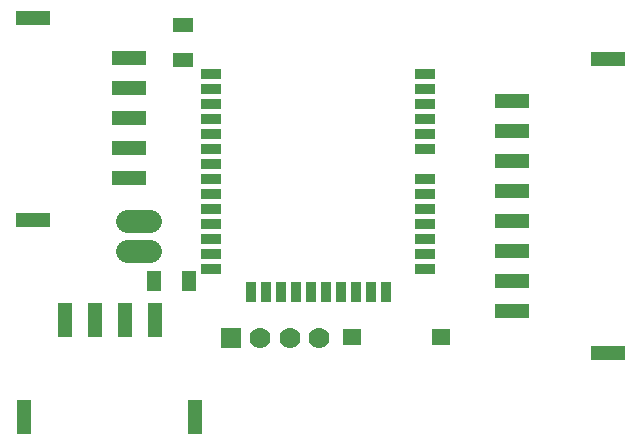
<source format=gbr>
G04 EAGLE Gerber RS-274X export*
G75*
%MOMM*%
%FSLAX34Y34*%
%LPD*%
%INSoldermask Top*%
%IPPOS*%
%AMOC8*
5,1,8,0,0,1.08239X$1,22.5*%
G01*
G04 Define Apertures*
%ADD10R,1.800000X0.863600*%
%ADD11R,0.863600X1.800000*%
%ADD12R,3.000000X1.270000*%
%ADD13R,1.815300X1.164600*%
%ADD14C,1.930400*%
%ADD15R,1.270000X3.000000*%
%ADD16R,1.600000X1.400000*%
%ADD17R,1.778000X1.778000*%
%ADD18C,1.778000*%
%ADD19R,1.164600X1.815300*%
D10*
X168570Y142917D03*
X168570Y155617D03*
X168570Y168317D03*
X168570Y181017D03*
X168570Y193717D03*
X168570Y206417D03*
X168570Y219117D03*
X168570Y231817D03*
X168570Y244517D03*
X168570Y257217D03*
X168570Y269917D03*
X168570Y282617D03*
X168570Y295317D03*
X168570Y308017D03*
D11*
X201859Y123190D03*
X214559Y123190D03*
X227259Y123190D03*
X239959Y123190D03*
X252659Y123190D03*
X265359Y123190D03*
X278059Y123190D03*
X290759Y123190D03*
X303459Y123190D03*
X316159Y123190D03*
D10*
X349277Y142914D03*
X349277Y155614D03*
X349277Y168314D03*
X349277Y181014D03*
X349277Y193714D03*
X349277Y206414D03*
X349277Y219114D03*
X349277Y244514D03*
X349277Y257214D03*
X349277Y269914D03*
X349277Y282614D03*
X349277Y295314D03*
X349277Y308014D03*
D12*
X98910Y219961D03*
X98910Y245361D03*
X98910Y270761D03*
X98910Y296161D03*
X98910Y321561D03*
X17540Y184190D03*
X17540Y354840D03*
D13*
X144735Y348764D03*
X144735Y319256D03*
D14*
X116332Y157480D02*
X97028Y157480D01*
X97028Y182880D02*
X116332Y182880D01*
D15*
X120654Y99002D03*
X95254Y99002D03*
X69854Y99002D03*
X44454Y99002D03*
X154510Y17540D03*
X10160Y17620D03*
D16*
X362620Y84724D03*
X287620Y84724D03*
D12*
X423060Y284758D03*
X423060Y259358D03*
X423060Y233958D03*
X423060Y208558D03*
X423060Y183158D03*
X504430Y320529D03*
X504430Y71139D03*
X423060Y157758D03*
X423060Y132358D03*
X423060Y106958D03*
D17*
X184983Y84417D03*
D18*
X209983Y84417D03*
X234983Y84417D03*
X259983Y84417D03*
D19*
X149374Y132080D03*
X119866Y132080D03*
M02*

</source>
